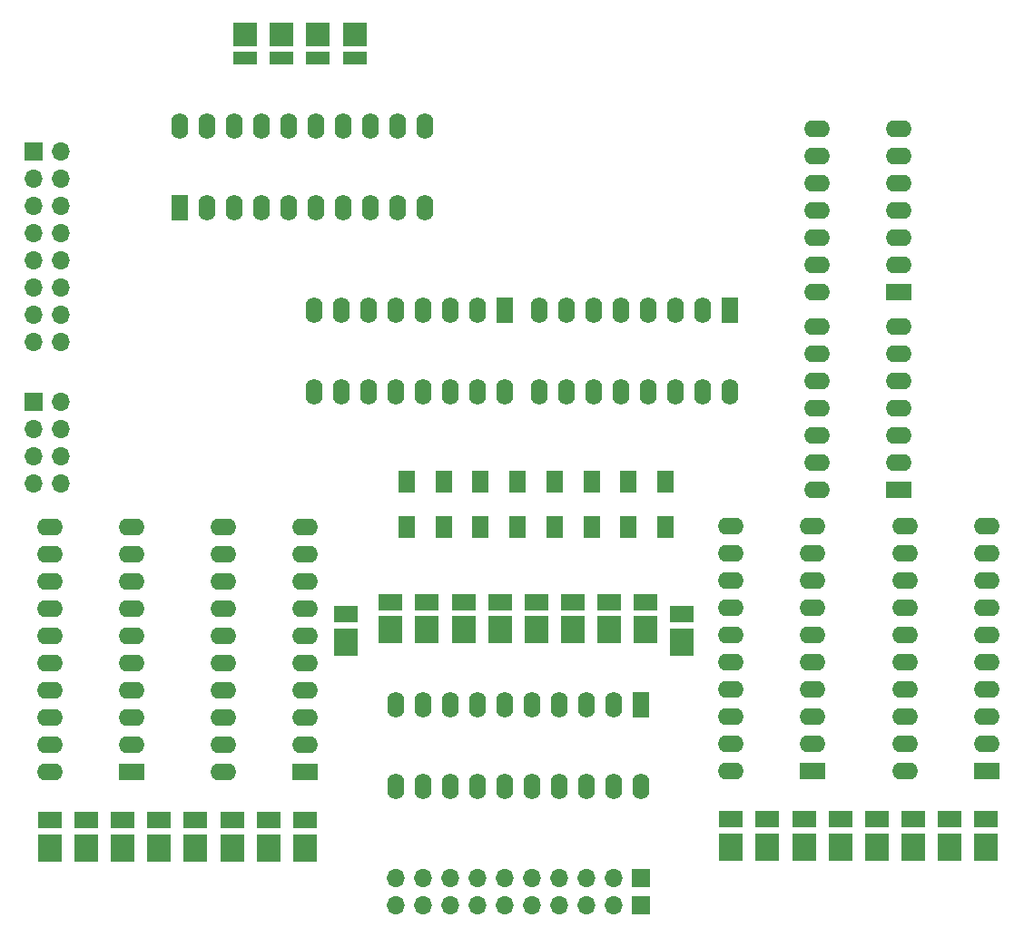
<source format=gbr>
%TF.GenerationSoftware,KiCad,Pcbnew,(6.0.5)*%
%TF.CreationDate,2023-06-09T01:00:48+03:00*%
%TF.ProjectId,Processor-ALU,50726f63-6573-4736-9f72-2d414c552e6b,rev?*%
%TF.SameCoordinates,Original*%
%TF.FileFunction,Soldermask,Top*%
%TF.FilePolarity,Negative*%
%FSLAX46Y46*%
G04 Gerber Fmt 4.6, Leading zero omitted, Abs format (unit mm)*
G04 Created by KiCad (PCBNEW (6.0.5)) date 2023-06-09 01:00:48*
%MOMM*%
%LPD*%
G01*
G04 APERTURE LIST*
%ADD10R,1.600000X2.400000*%
%ADD11O,1.600000X2.400000*%
%ADD12R,2.200000X2.500000*%
%ADD13R,2.200000X1.550000*%
%ADD14R,2.400000X1.600000*%
%ADD15O,2.400000X1.600000*%
%ADD16R,1.700000X1.700000*%
%ADD17O,1.700000X1.700000*%
%ADD18R,1.550000X2.000000*%
%ADD19R,2.200000X2.200000*%
%ADD20R,2.200000X1.250000*%
G04 APERTURE END LIST*
D10*
%TO.C,U6*%
X140525000Y-112875000D03*
D11*
X137985000Y-112875000D03*
X135445000Y-112875000D03*
X132905000Y-112875000D03*
X130365000Y-112875000D03*
X127825000Y-112875000D03*
X125285000Y-112875000D03*
X122745000Y-112875000D03*
X120205000Y-112875000D03*
X117665000Y-112875000D03*
X117665000Y-120495000D03*
X120205000Y-120495000D03*
X122745000Y-120495000D03*
X125285000Y-120495000D03*
X127825000Y-120495000D03*
X130365000Y-120495000D03*
X132905000Y-120495000D03*
X135445000Y-120495000D03*
X137985000Y-120495000D03*
X140525000Y-120495000D03*
%TD*%
D12*
%TO.C,D46*%
X162554290Y-126108228D03*
D13*
X162554290Y-123533228D03*
%TD*%
D14*
%TO.C,U7*%
X164625000Y-74325000D03*
D15*
X164625000Y-71785000D03*
X164625000Y-69245000D03*
X164625000Y-66705000D03*
X164625000Y-64165000D03*
X164625000Y-61625000D03*
X164625000Y-59085000D03*
X157005000Y-59085000D03*
X157005000Y-61625000D03*
X157005000Y-64165000D03*
X157005000Y-66705000D03*
X157005000Y-69245000D03*
X157005000Y-71785000D03*
X157005000Y-74325000D03*
%TD*%
D14*
%TO.C,U3*%
X109265000Y-119125000D03*
D15*
X109265000Y-116585000D03*
X109265000Y-114045000D03*
X109265000Y-111505000D03*
X109265000Y-108965000D03*
X109265000Y-106425000D03*
X109265000Y-103885000D03*
X109265000Y-101345000D03*
X109265000Y-98805000D03*
X109265000Y-96265000D03*
X101645000Y-96265000D03*
X101645000Y-98805000D03*
X101645000Y-101345000D03*
X101645000Y-103885000D03*
X101645000Y-106425000D03*
X101645000Y-108965000D03*
X101645000Y-111505000D03*
X101645000Y-114045000D03*
X101645000Y-116585000D03*
X101645000Y-119125000D03*
%TD*%
D12*
%TO.C,D38*%
X127400000Y-105800000D03*
D13*
X127400000Y-103225000D03*
%TD*%
D16*
%TO.C,P1*%
X83900000Y-84595000D03*
D17*
X86440000Y-84595000D03*
X83900000Y-87135000D03*
X86440000Y-87135000D03*
X83900000Y-89675000D03*
X86440000Y-89675000D03*
X83900000Y-92215000D03*
X86440000Y-92215000D03*
%TD*%
D18*
%TO.C,D16*%
X118700000Y-92000000D03*
X118700000Y-96200000D03*
%TD*%
%TO.C,D29*%
X135950000Y-92000000D03*
X135950000Y-96200000D03*
%TD*%
%TO.C,D30*%
X132500000Y-92000000D03*
X132500000Y-96200000D03*
%TD*%
D12*
%TO.C,D12*%
X92220000Y-126185000D03*
D13*
X92220000Y-123610000D03*
%TD*%
D12*
%TO.C,D15*%
X102420000Y-126185000D03*
D13*
X102420000Y-123610000D03*
%TD*%
D10*
%TO.C,U2*%
X97525000Y-66475000D03*
D11*
X100065000Y-66475000D03*
X102605000Y-66475000D03*
X105145000Y-66475000D03*
X107685000Y-66475000D03*
X110225000Y-66475000D03*
X112765000Y-66475000D03*
X115305000Y-66475000D03*
X117845000Y-66475000D03*
X120385000Y-66475000D03*
X120385000Y-58855000D03*
X117845000Y-58855000D03*
X115305000Y-58855000D03*
X112765000Y-58855000D03*
X110225000Y-58855000D03*
X107685000Y-58855000D03*
X105145000Y-58855000D03*
X102605000Y-58855000D03*
X100065000Y-58855000D03*
X97525000Y-58855000D03*
%TD*%
D16*
%TO.C,P4*%
X83925000Y-61170000D03*
D17*
X86465000Y-61170000D03*
X83925000Y-63710000D03*
X86465000Y-63710000D03*
X83925000Y-66250000D03*
X86465000Y-66250000D03*
X83925000Y-68790000D03*
X86465000Y-68790000D03*
X83925000Y-71330000D03*
X86465000Y-71330000D03*
X83925000Y-73870000D03*
X86465000Y-73870000D03*
X83925000Y-76410000D03*
X86465000Y-76410000D03*
X83925000Y-78950000D03*
X86465000Y-78950000D03*
%TD*%
D12*
%TO.C,D49*%
X172754290Y-126108228D03*
D13*
X172754290Y-123533228D03*
%TD*%
D14*
%TO.C,U1*%
X93025000Y-119125000D03*
D15*
X93025000Y-116585000D03*
X93025000Y-114045000D03*
X93025000Y-111505000D03*
X93025000Y-108965000D03*
X93025000Y-106425000D03*
X93025000Y-103885000D03*
X93025000Y-101345000D03*
X93025000Y-98805000D03*
X93025000Y-96265000D03*
X85405000Y-96265000D03*
X85405000Y-98805000D03*
X85405000Y-101345000D03*
X85405000Y-103885000D03*
X85405000Y-106425000D03*
X85405000Y-108965000D03*
X85405000Y-111505000D03*
X85405000Y-114045000D03*
X85405000Y-116585000D03*
X85405000Y-119125000D03*
%TD*%
D12*
%TO.C,D45*%
X159154290Y-126108228D03*
D13*
X159154290Y-123533228D03*
%TD*%
D12*
%TO.C,D13*%
X95620000Y-126185000D03*
D13*
X95620000Y-123610000D03*
%TD*%
D12*
%TO.C,D43*%
X152354290Y-126108228D03*
D13*
X152354290Y-123533228D03*
%TD*%
D12*
%TO.C,D48*%
X169354290Y-126108228D03*
D13*
X169354290Y-123533228D03*
%TD*%
D12*
%TO.C,D36*%
X134200000Y-105800000D03*
D13*
X134200000Y-103225000D03*
%TD*%
D12*
%TO.C,D37*%
X130800000Y-105800000D03*
D13*
X130800000Y-103225000D03*
%TD*%
D12*
%TO.C,D40*%
X120600000Y-105800000D03*
D13*
X120600000Y-103225000D03*
%TD*%
D18*
%TO.C,D31*%
X129050000Y-92000000D03*
X129050000Y-96200000D03*
%TD*%
D12*
%TO.C,D11*%
X88820000Y-126185000D03*
D13*
X88820000Y-123610000D03*
%TD*%
D18*
%TO.C,D28*%
X139400000Y-92000000D03*
X139400000Y-96200000D03*
%TD*%
D14*
%TO.C,U10*%
X156575000Y-119025000D03*
D15*
X156575000Y-116485000D03*
X156575000Y-113945000D03*
X156575000Y-111405000D03*
X156575000Y-108865000D03*
X156575000Y-106325000D03*
X156575000Y-103785000D03*
X156575000Y-101245000D03*
X156575000Y-98705000D03*
X156575000Y-96165000D03*
X148955000Y-96165000D03*
X148955000Y-98705000D03*
X148955000Y-101245000D03*
X148955000Y-103785000D03*
X148955000Y-106325000D03*
X148955000Y-108865000D03*
X148955000Y-111405000D03*
X148955000Y-113945000D03*
X148955000Y-116485000D03*
X148955000Y-119025000D03*
%TD*%
D19*
%TO.C,D2*%
X103650000Y-50225000D03*
D20*
X103650000Y-52500000D03*
%TD*%
D19*
%TO.C,D5*%
X113850000Y-50225000D03*
D20*
X113850000Y-52500000D03*
%TD*%
D14*
%TO.C,U9*%
X172815000Y-119025000D03*
D15*
X172815000Y-116485000D03*
X172815000Y-113945000D03*
X172815000Y-111405000D03*
X172815000Y-108865000D03*
X172815000Y-106325000D03*
X172815000Y-103785000D03*
X172815000Y-101245000D03*
X172815000Y-98705000D03*
X172815000Y-96165000D03*
X165195000Y-96165000D03*
X165195000Y-98705000D03*
X165195000Y-101245000D03*
X165195000Y-103785000D03*
X165195000Y-106325000D03*
X165195000Y-108865000D03*
X165195000Y-111405000D03*
X165195000Y-113945000D03*
X165195000Y-116485000D03*
X165195000Y-119025000D03*
%TD*%
D12*
%TO.C,D44*%
X155754290Y-126108228D03*
D13*
X155754290Y-123533228D03*
%TD*%
D19*
%TO.C,D4*%
X110450000Y-50225000D03*
D20*
X110450000Y-52500000D03*
%TD*%
D10*
%TO.C,U8*%
X127875000Y-75975000D03*
D11*
X125335000Y-75975000D03*
X122795000Y-75975000D03*
X120255000Y-75975000D03*
X117715000Y-75975000D03*
X115175000Y-75975000D03*
X112635000Y-75975000D03*
X110095000Y-75975000D03*
X110095000Y-83595000D03*
X112635000Y-83595000D03*
X115175000Y-83595000D03*
X117715000Y-83595000D03*
X120255000Y-83595000D03*
X122795000Y-83595000D03*
X125335000Y-83595000D03*
X127875000Y-83595000D03*
%TD*%
D16*
%TO.C,P3*%
X140530000Y-131575000D03*
D17*
X137990000Y-131575000D03*
X135450000Y-131575000D03*
X132910000Y-131575000D03*
X130370000Y-131575000D03*
X127830000Y-131575000D03*
X125290000Y-131575000D03*
X122750000Y-131575000D03*
X120210000Y-131575000D03*
X117670000Y-131575000D03*
%TD*%
D18*
%TO.C,D33*%
X122150000Y-92000000D03*
X122150000Y-96200000D03*
%TD*%
D12*
%TO.C,D14*%
X99020000Y-126185000D03*
D13*
X99020000Y-123610000D03*
%TD*%
D12*
%TO.C,D10*%
X85416062Y-126176456D03*
D13*
X85416062Y-123601456D03*
%TD*%
D12*
%TO.C,D1*%
X113050000Y-106950000D03*
D13*
X113050000Y-104375000D03*
%TD*%
D14*
%TO.C,U4*%
X164625000Y-92775000D03*
D15*
X164625000Y-90235000D03*
X164625000Y-87695000D03*
X164625000Y-85155000D03*
X164625000Y-82615000D03*
X164625000Y-80075000D03*
X164625000Y-77535000D03*
X157005000Y-77535000D03*
X157005000Y-80075000D03*
X157005000Y-82615000D03*
X157005000Y-85155000D03*
X157005000Y-87695000D03*
X157005000Y-90235000D03*
X157005000Y-92775000D03*
%TD*%
D12*
%TO.C,D39*%
X124000000Y-105800000D03*
D13*
X124000000Y-103225000D03*
%TD*%
D12*
%TO.C,D6*%
X144400000Y-106950000D03*
D13*
X144400000Y-104375000D03*
%TD*%
D19*
%TO.C,D3*%
X107050000Y-50225000D03*
D20*
X107050000Y-52500000D03*
%TD*%
D18*
%TO.C,D32*%
X125600000Y-92000000D03*
X125600000Y-96200000D03*
%TD*%
D16*
%TO.C,P2*%
X140530000Y-129025000D03*
D17*
X137990000Y-129025000D03*
X135450000Y-129025000D03*
X132910000Y-129025000D03*
X130370000Y-129025000D03*
X127830000Y-129025000D03*
X125290000Y-129025000D03*
X122750000Y-129025000D03*
X120210000Y-129025000D03*
X117670000Y-129025000D03*
%TD*%
D12*
%TO.C,D42*%
X148954290Y-126108228D03*
D13*
X148954290Y-123533228D03*
%TD*%
D12*
%TO.C,D34*%
X141000000Y-105800000D03*
D13*
X141000000Y-103225000D03*
%TD*%
D12*
%TO.C,D41*%
X117200000Y-105800000D03*
D13*
X117200000Y-103225000D03*
%TD*%
D12*
%TO.C,D35*%
X137600000Y-105800000D03*
D13*
X137600000Y-103225000D03*
%TD*%
D18*
%TO.C,D27*%
X142850000Y-92000000D03*
X142850000Y-96200000D03*
%TD*%
D12*
%TO.C,D18*%
X109220000Y-126185000D03*
D13*
X109220000Y-123610000D03*
%TD*%
D10*
%TO.C,U5*%
X148825000Y-75975000D03*
D11*
X146285000Y-75975000D03*
X143745000Y-75975000D03*
X141205000Y-75975000D03*
X138665000Y-75975000D03*
X136125000Y-75975000D03*
X133585000Y-75975000D03*
X131045000Y-75975000D03*
X131045000Y-83595000D03*
X133585000Y-83595000D03*
X136125000Y-83595000D03*
X138665000Y-83595000D03*
X141205000Y-83595000D03*
X143745000Y-83595000D03*
X146285000Y-83595000D03*
X148825000Y-83595000D03*
%TD*%
D12*
%TO.C,D47*%
X165954290Y-126108228D03*
D13*
X165954290Y-123533228D03*
%TD*%
D12*
%TO.C,D17*%
X105820000Y-126185000D03*
D13*
X105820000Y-123610000D03*
%TD*%
M02*

</source>
